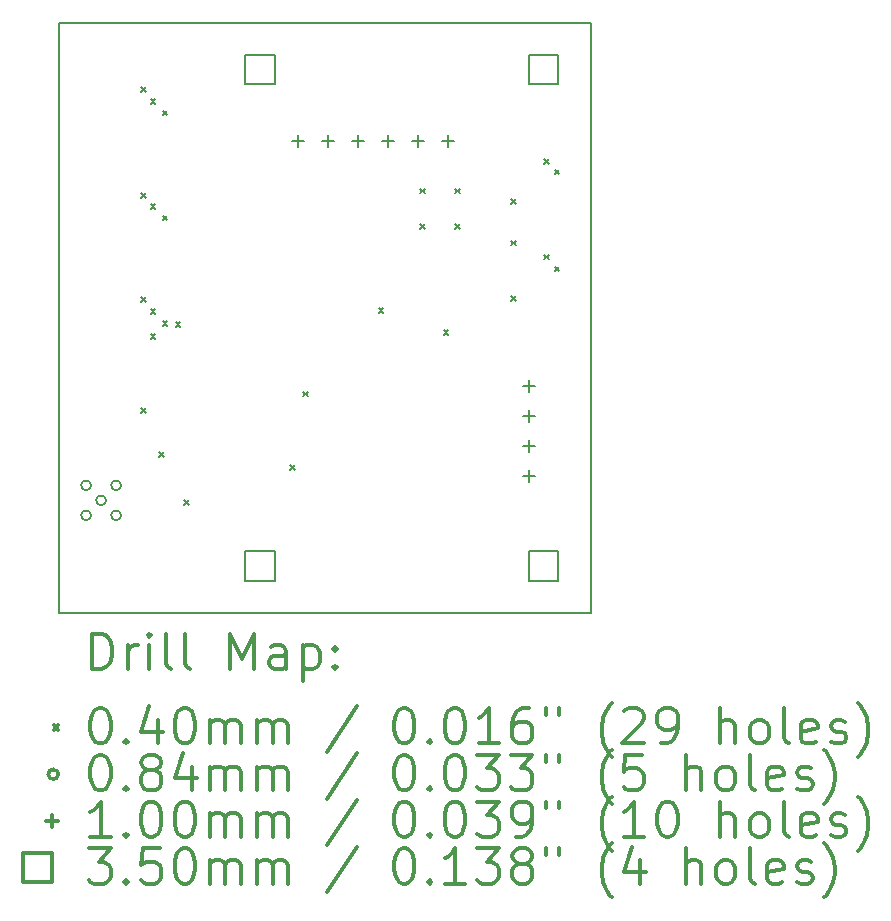
<source format=gbr>
%FSLAX45Y45*%
G04 Gerber Fmt 4.5, Leading zero omitted, Abs format (unit mm)*
G04 Created by KiCad (PCBNEW (5.1.5-0)) date 2022-04-01 13:26:58*
%MOMM*%
%LPD*%
G04 APERTURE LIST*
%TA.AperFunction,Profile*%
%ADD10C,0.150000*%
%TD*%
%ADD11C,0.200000*%
%ADD12C,0.300000*%
G04 APERTURE END LIST*
D10*
X17500000Y-7500000D02*
X13000000Y-7500000D01*
X17500000Y-12500000D02*
X17500000Y-7500000D01*
X13000000Y-12500000D02*
X17500000Y-12500000D01*
X13000000Y-7500000D02*
X13000000Y-12500000D01*
D11*
X13695000Y-8045000D02*
X13735000Y-8085000D01*
X13735000Y-8045000D02*
X13695000Y-8085000D01*
X13695000Y-8945000D02*
X13735000Y-8985000D01*
X13735000Y-8945000D02*
X13695000Y-8985000D01*
X13695000Y-9825000D02*
X13735000Y-9865000D01*
X13735000Y-9825000D02*
X13695000Y-9865000D01*
X13695000Y-10765000D02*
X13735000Y-10805000D01*
X13735000Y-10765000D02*
X13695000Y-10805000D01*
X13775000Y-8145000D02*
X13815000Y-8185000D01*
X13815000Y-8145000D02*
X13775000Y-8185000D01*
X13775000Y-9035000D02*
X13815000Y-9075000D01*
X13815000Y-9035000D02*
X13775000Y-9075000D01*
X13775000Y-9925000D02*
X13815000Y-9965000D01*
X13815000Y-9925000D02*
X13775000Y-9965000D01*
X13775000Y-10135000D02*
X13815000Y-10175000D01*
X13815000Y-10135000D02*
X13775000Y-10175000D01*
X13845000Y-11135000D02*
X13885000Y-11175000D01*
X13885000Y-11135000D02*
X13845000Y-11175000D01*
X13875000Y-8245000D02*
X13915000Y-8285000D01*
X13915000Y-8245000D02*
X13875000Y-8285000D01*
X13875000Y-9135000D02*
X13915000Y-9175000D01*
X13915000Y-9135000D02*
X13875000Y-9175000D01*
X13875000Y-10025000D02*
X13915000Y-10065000D01*
X13915000Y-10025000D02*
X13875000Y-10065000D01*
X13985000Y-10035000D02*
X14025000Y-10075000D01*
X14025000Y-10035000D02*
X13985000Y-10075000D01*
X14055000Y-11545000D02*
X14095000Y-11585000D01*
X14095000Y-11545000D02*
X14055000Y-11585000D01*
X14955000Y-11245000D02*
X14995000Y-11285000D01*
X14995000Y-11245000D02*
X14955000Y-11285000D01*
X15065000Y-10625000D02*
X15105000Y-10665000D01*
X15105000Y-10625000D02*
X15065000Y-10665000D01*
X15705000Y-9915000D02*
X15745000Y-9955000D01*
X15745000Y-9915000D02*
X15705000Y-9955000D01*
X16055000Y-8905000D02*
X16095000Y-8945000D01*
X16095000Y-8905000D02*
X16055000Y-8945000D01*
X16055000Y-9205000D02*
X16095000Y-9245000D01*
X16095000Y-9205000D02*
X16055000Y-9245000D01*
X16255000Y-10105000D02*
X16295000Y-10145000D01*
X16295000Y-10105000D02*
X16255000Y-10145000D01*
X16355000Y-8905000D02*
X16395000Y-8945000D01*
X16395000Y-8905000D02*
X16355000Y-8945000D01*
X16355000Y-9205000D02*
X16395000Y-9245000D01*
X16395000Y-9205000D02*
X16355000Y-9245000D01*
X16825000Y-8995000D02*
X16865000Y-9035000D01*
X16865000Y-8995000D02*
X16825000Y-9035000D01*
X16825000Y-9345000D02*
X16865000Y-9385000D01*
X16865000Y-9345000D02*
X16825000Y-9385000D01*
X16825000Y-9815000D02*
X16865000Y-9855000D01*
X16865000Y-9815000D02*
X16825000Y-9855000D01*
X17105000Y-8655000D02*
X17145000Y-8695000D01*
X17145000Y-8655000D02*
X17105000Y-8695000D01*
X17105000Y-9465000D02*
X17145000Y-9505000D01*
X17145000Y-9465000D02*
X17105000Y-9505000D01*
X17195000Y-8745000D02*
X17235000Y-8785000D01*
X17235000Y-8745000D02*
X17195000Y-8785000D01*
X17195000Y-9565000D02*
X17235000Y-9605000D01*
X17235000Y-9565000D02*
X17195000Y-9605000D01*
X13270000Y-11418000D02*
G75*
G03X13270000Y-11418000I-42000J0D01*
G01*
X13270000Y-11672000D02*
G75*
G03X13270000Y-11672000I-42000J0D01*
G01*
X13397000Y-11545000D02*
G75*
G03X13397000Y-11545000I-42000J0D01*
G01*
X13524000Y-11418000D02*
G75*
G03X13524000Y-11418000I-42000J0D01*
G01*
X13524000Y-11672000D02*
G75*
G03X13524000Y-11672000I-42000J0D01*
G01*
X16975000Y-10525000D02*
X16975000Y-10625000D01*
X16925000Y-10575000D02*
X17025000Y-10575000D01*
X16975000Y-10779000D02*
X16975000Y-10879000D01*
X16925000Y-10829000D02*
X17025000Y-10829000D01*
X16975000Y-11033000D02*
X16975000Y-11133000D01*
X16925000Y-11083000D02*
X17025000Y-11083000D01*
X16975000Y-11287000D02*
X16975000Y-11387000D01*
X16925000Y-11337000D02*
X17025000Y-11337000D01*
X15025000Y-8455000D02*
X15025000Y-8555000D01*
X14975000Y-8505000D02*
X15075000Y-8505000D01*
X15279000Y-8455000D02*
X15279000Y-8555000D01*
X15229000Y-8505000D02*
X15329000Y-8505000D01*
X15533000Y-8455000D02*
X15533000Y-8555000D01*
X15483000Y-8505000D02*
X15583000Y-8505000D01*
X15787000Y-8455000D02*
X15787000Y-8555000D01*
X15737000Y-8505000D02*
X15837000Y-8505000D01*
X16041000Y-8455000D02*
X16041000Y-8555000D01*
X15991000Y-8505000D02*
X16091000Y-8505000D01*
X16295000Y-8455000D02*
X16295000Y-8555000D01*
X16245000Y-8505000D02*
X16345000Y-8505000D01*
X14823745Y-8023745D02*
X14823745Y-7776255D01*
X14576255Y-7776255D01*
X14576255Y-8023745D01*
X14823745Y-8023745D01*
X17223745Y-8023745D02*
X17223745Y-7776255D01*
X16976255Y-7776255D01*
X16976255Y-8023745D01*
X17223745Y-8023745D01*
X14823745Y-12223745D02*
X14823745Y-11976255D01*
X14576255Y-11976255D01*
X14576255Y-12223745D01*
X14823745Y-12223745D01*
X17223745Y-12223745D02*
X17223745Y-11976255D01*
X16976255Y-11976255D01*
X16976255Y-12223745D01*
X17223745Y-12223745D01*
D12*
X13278928Y-12973214D02*
X13278928Y-12673214D01*
X13350357Y-12673214D01*
X13393214Y-12687500D01*
X13421786Y-12716071D01*
X13436071Y-12744643D01*
X13450357Y-12801786D01*
X13450357Y-12844643D01*
X13436071Y-12901786D01*
X13421786Y-12930357D01*
X13393214Y-12958929D01*
X13350357Y-12973214D01*
X13278928Y-12973214D01*
X13578928Y-12973214D02*
X13578928Y-12773214D01*
X13578928Y-12830357D02*
X13593214Y-12801786D01*
X13607500Y-12787500D01*
X13636071Y-12773214D01*
X13664643Y-12773214D01*
X13764643Y-12973214D02*
X13764643Y-12773214D01*
X13764643Y-12673214D02*
X13750357Y-12687500D01*
X13764643Y-12701786D01*
X13778928Y-12687500D01*
X13764643Y-12673214D01*
X13764643Y-12701786D01*
X13950357Y-12973214D02*
X13921786Y-12958929D01*
X13907500Y-12930357D01*
X13907500Y-12673214D01*
X14107500Y-12973214D02*
X14078928Y-12958929D01*
X14064643Y-12930357D01*
X14064643Y-12673214D01*
X14450357Y-12973214D02*
X14450357Y-12673214D01*
X14550357Y-12887500D01*
X14650357Y-12673214D01*
X14650357Y-12973214D01*
X14921786Y-12973214D02*
X14921786Y-12816071D01*
X14907500Y-12787500D01*
X14878928Y-12773214D01*
X14821786Y-12773214D01*
X14793214Y-12787500D01*
X14921786Y-12958929D02*
X14893214Y-12973214D01*
X14821786Y-12973214D01*
X14793214Y-12958929D01*
X14778928Y-12930357D01*
X14778928Y-12901786D01*
X14793214Y-12873214D01*
X14821786Y-12858929D01*
X14893214Y-12858929D01*
X14921786Y-12844643D01*
X15064643Y-12773214D02*
X15064643Y-13073214D01*
X15064643Y-12787500D02*
X15093214Y-12773214D01*
X15150357Y-12773214D01*
X15178928Y-12787500D01*
X15193214Y-12801786D01*
X15207500Y-12830357D01*
X15207500Y-12916071D01*
X15193214Y-12944643D01*
X15178928Y-12958929D01*
X15150357Y-12973214D01*
X15093214Y-12973214D01*
X15064643Y-12958929D01*
X15336071Y-12944643D02*
X15350357Y-12958929D01*
X15336071Y-12973214D01*
X15321786Y-12958929D01*
X15336071Y-12944643D01*
X15336071Y-12973214D01*
X15336071Y-12787500D02*
X15350357Y-12801786D01*
X15336071Y-12816071D01*
X15321786Y-12801786D01*
X15336071Y-12787500D01*
X15336071Y-12816071D01*
X12952500Y-13447500D02*
X12992500Y-13487500D01*
X12992500Y-13447500D02*
X12952500Y-13487500D01*
X13336071Y-13303214D02*
X13364643Y-13303214D01*
X13393214Y-13317500D01*
X13407500Y-13331786D01*
X13421786Y-13360357D01*
X13436071Y-13417500D01*
X13436071Y-13488929D01*
X13421786Y-13546071D01*
X13407500Y-13574643D01*
X13393214Y-13588929D01*
X13364643Y-13603214D01*
X13336071Y-13603214D01*
X13307500Y-13588929D01*
X13293214Y-13574643D01*
X13278928Y-13546071D01*
X13264643Y-13488929D01*
X13264643Y-13417500D01*
X13278928Y-13360357D01*
X13293214Y-13331786D01*
X13307500Y-13317500D01*
X13336071Y-13303214D01*
X13564643Y-13574643D02*
X13578928Y-13588929D01*
X13564643Y-13603214D01*
X13550357Y-13588929D01*
X13564643Y-13574643D01*
X13564643Y-13603214D01*
X13836071Y-13403214D02*
X13836071Y-13603214D01*
X13764643Y-13288929D02*
X13693214Y-13503214D01*
X13878928Y-13503214D01*
X14050357Y-13303214D02*
X14078928Y-13303214D01*
X14107500Y-13317500D01*
X14121786Y-13331786D01*
X14136071Y-13360357D01*
X14150357Y-13417500D01*
X14150357Y-13488929D01*
X14136071Y-13546071D01*
X14121786Y-13574643D01*
X14107500Y-13588929D01*
X14078928Y-13603214D01*
X14050357Y-13603214D01*
X14021786Y-13588929D01*
X14007500Y-13574643D01*
X13993214Y-13546071D01*
X13978928Y-13488929D01*
X13978928Y-13417500D01*
X13993214Y-13360357D01*
X14007500Y-13331786D01*
X14021786Y-13317500D01*
X14050357Y-13303214D01*
X14278928Y-13603214D02*
X14278928Y-13403214D01*
X14278928Y-13431786D02*
X14293214Y-13417500D01*
X14321786Y-13403214D01*
X14364643Y-13403214D01*
X14393214Y-13417500D01*
X14407500Y-13446071D01*
X14407500Y-13603214D01*
X14407500Y-13446071D02*
X14421786Y-13417500D01*
X14450357Y-13403214D01*
X14493214Y-13403214D01*
X14521786Y-13417500D01*
X14536071Y-13446071D01*
X14536071Y-13603214D01*
X14678928Y-13603214D02*
X14678928Y-13403214D01*
X14678928Y-13431786D02*
X14693214Y-13417500D01*
X14721786Y-13403214D01*
X14764643Y-13403214D01*
X14793214Y-13417500D01*
X14807500Y-13446071D01*
X14807500Y-13603214D01*
X14807500Y-13446071D02*
X14821786Y-13417500D01*
X14850357Y-13403214D01*
X14893214Y-13403214D01*
X14921786Y-13417500D01*
X14936071Y-13446071D01*
X14936071Y-13603214D01*
X15521786Y-13288929D02*
X15264643Y-13674643D01*
X15907500Y-13303214D02*
X15936071Y-13303214D01*
X15964643Y-13317500D01*
X15978928Y-13331786D01*
X15993214Y-13360357D01*
X16007500Y-13417500D01*
X16007500Y-13488929D01*
X15993214Y-13546071D01*
X15978928Y-13574643D01*
X15964643Y-13588929D01*
X15936071Y-13603214D01*
X15907500Y-13603214D01*
X15878928Y-13588929D01*
X15864643Y-13574643D01*
X15850357Y-13546071D01*
X15836071Y-13488929D01*
X15836071Y-13417500D01*
X15850357Y-13360357D01*
X15864643Y-13331786D01*
X15878928Y-13317500D01*
X15907500Y-13303214D01*
X16136071Y-13574643D02*
X16150357Y-13588929D01*
X16136071Y-13603214D01*
X16121786Y-13588929D01*
X16136071Y-13574643D01*
X16136071Y-13603214D01*
X16336071Y-13303214D02*
X16364643Y-13303214D01*
X16393214Y-13317500D01*
X16407500Y-13331786D01*
X16421786Y-13360357D01*
X16436071Y-13417500D01*
X16436071Y-13488929D01*
X16421786Y-13546071D01*
X16407500Y-13574643D01*
X16393214Y-13588929D01*
X16364643Y-13603214D01*
X16336071Y-13603214D01*
X16307500Y-13588929D01*
X16293214Y-13574643D01*
X16278928Y-13546071D01*
X16264643Y-13488929D01*
X16264643Y-13417500D01*
X16278928Y-13360357D01*
X16293214Y-13331786D01*
X16307500Y-13317500D01*
X16336071Y-13303214D01*
X16721786Y-13603214D02*
X16550357Y-13603214D01*
X16636071Y-13603214D02*
X16636071Y-13303214D01*
X16607500Y-13346071D01*
X16578928Y-13374643D01*
X16550357Y-13388929D01*
X16978928Y-13303214D02*
X16921786Y-13303214D01*
X16893214Y-13317500D01*
X16878928Y-13331786D01*
X16850357Y-13374643D01*
X16836071Y-13431786D01*
X16836071Y-13546071D01*
X16850357Y-13574643D01*
X16864643Y-13588929D01*
X16893214Y-13603214D01*
X16950357Y-13603214D01*
X16978928Y-13588929D01*
X16993214Y-13574643D01*
X17007500Y-13546071D01*
X17007500Y-13474643D01*
X16993214Y-13446071D01*
X16978928Y-13431786D01*
X16950357Y-13417500D01*
X16893214Y-13417500D01*
X16864643Y-13431786D01*
X16850357Y-13446071D01*
X16836071Y-13474643D01*
X17121786Y-13303214D02*
X17121786Y-13360357D01*
X17236071Y-13303214D02*
X17236071Y-13360357D01*
X17678928Y-13717500D02*
X17664643Y-13703214D01*
X17636071Y-13660357D01*
X17621786Y-13631786D01*
X17607500Y-13588929D01*
X17593214Y-13517500D01*
X17593214Y-13460357D01*
X17607500Y-13388929D01*
X17621786Y-13346071D01*
X17636071Y-13317500D01*
X17664643Y-13274643D01*
X17678928Y-13260357D01*
X17778928Y-13331786D02*
X17793214Y-13317500D01*
X17821786Y-13303214D01*
X17893214Y-13303214D01*
X17921786Y-13317500D01*
X17936071Y-13331786D01*
X17950357Y-13360357D01*
X17950357Y-13388929D01*
X17936071Y-13431786D01*
X17764643Y-13603214D01*
X17950357Y-13603214D01*
X18093214Y-13603214D02*
X18150357Y-13603214D01*
X18178928Y-13588929D01*
X18193214Y-13574643D01*
X18221786Y-13531786D01*
X18236071Y-13474643D01*
X18236071Y-13360357D01*
X18221786Y-13331786D01*
X18207500Y-13317500D01*
X18178928Y-13303214D01*
X18121786Y-13303214D01*
X18093214Y-13317500D01*
X18078928Y-13331786D01*
X18064643Y-13360357D01*
X18064643Y-13431786D01*
X18078928Y-13460357D01*
X18093214Y-13474643D01*
X18121786Y-13488929D01*
X18178928Y-13488929D01*
X18207500Y-13474643D01*
X18221786Y-13460357D01*
X18236071Y-13431786D01*
X18593214Y-13603214D02*
X18593214Y-13303214D01*
X18721786Y-13603214D02*
X18721786Y-13446071D01*
X18707500Y-13417500D01*
X18678928Y-13403214D01*
X18636071Y-13403214D01*
X18607500Y-13417500D01*
X18593214Y-13431786D01*
X18907500Y-13603214D02*
X18878928Y-13588929D01*
X18864643Y-13574643D01*
X18850357Y-13546071D01*
X18850357Y-13460357D01*
X18864643Y-13431786D01*
X18878928Y-13417500D01*
X18907500Y-13403214D01*
X18950357Y-13403214D01*
X18978928Y-13417500D01*
X18993214Y-13431786D01*
X19007500Y-13460357D01*
X19007500Y-13546071D01*
X18993214Y-13574643D01*
X18978928Y-13588929D01*
X18950357Y-13603214D01*
X18907500Y-13603214D01*
X19178928Y-13603214D02*
X19150357Y-13588929D01*
X19136071Y-13560357D01*
X19136071Y-13303214D01*
X19407500Y-13588929D02*
X19378928Y-13603214D01*
X19321786Y-13603214D01*
X19293214Y-13588929D01*
X19278928Y-13560357D01*
X19278928Y-13446071D01*
X19293214Y-13417500D01*
X19321786Y-13403214D01*
X19378928Y-13403214D01*
X19407500Y-13417500D01*
X19421786Y-13446071D01*
X19421786Y-13474643D01*
X19278928Y-13503214D01*
X19536071Y-13588929D02*
X19564643Y-13603214D01*
X19621786Y-13603214D01*
X19650357Y-13588929D01*
X19664643Y-13560357D01*
X19664643Y-13546071D01*
X19650357Y-13517500D01*
X19621786Y-13503214D01*
X19578928Y-13503214D01*
X19550357Y-13488929D01*
X19536071Y-13460357D01*
X19536071Y-13446071D01*
X19550357Y-13417500D01*
X19578928Y-13403214D01*
X19621786Y-13403214D01*
X19650357Y-13417500D01*
X19764643Y-13717500D02*
X19778928Y-13703214D01*
X19807500Y-13660357D01*
X19821786Y-13631786D01*
X19836071Y-13588929D01*
X19850357Y-13517500D01*
X19850357Y-13460357D01*
X19836071Y-13388929D01*
X19821786Y-13346071D01*
X19807500Y-13317500D01*
X19778928Y-13274643D01*
X19764643Y-13260357D01*
X12992500Y-13863500D02*
G75*
G03X12992500Y-13863500I-42000J0D01*
G01*
X13336071Y-13699214D02*
X13364643Y-13699214D01*
X13393214Y-13713500D01*
X13407500Y-13727786D01*
X13421786Y-13756357D01*
X13436071Y-13813500D01*
X13436071Y-13884929D01*
X13421786Y-13942071D01*
X13407500Y-13970643D01*
X13393214Y-13984929D01*
X13364643Y-13999214D01*
X13336071Y-13999214D01*
X13307500Y-13984929D01*
X13293214Y-13970643D01*
X13278928Y-13942071D01*
X13264643Y-13884929D01*
X13264643Y-13813500D01*
X13278928Y-13756357D01*
X13293214Y-13727786D01*
X13307500Y-13713500D01*
X13336071Y-13699214D01*
X13564643Y-13970643D02*
X13578928Y-13984929D01*
X13564643Y-13999214D01*
X13550357Y-13984929D01*
X13564643Y-13970643D01*
X13564643Y-13999214D01*
X13750357Y-13827786D02*
X13721786Y-13813500D01*
X13707500Y-13799214D01*
X13693214Y-13770643D01*
X13693214Y-13756357D01*
X13707500Y-13727786D01*
X13721786Y-13713500D01*
X13750357Y-13699214D01*
X13807500Y-13699214D01*
X13836071Y-13713500D01*
X13850357Y-13727786D01*
X13864643Y-13756357D01*
X13864643Y-13770643D01*
X13850357Y-13799214D01*
X13836071Y-13813500D01*
X13807500Y-13827786D01*
X13750357Y-13827786D01*
X13721786Y-13842071D01*
X13707500Y-13856357D01*
X13693214Y-13884929D01*
X13693214Y-13942071D01*
X13707500Y-13970643D01*
X13721786Y-13984929D01*
X13750357Y-13999214D01*
X13807500Y-13999214D01*
X13836071Y-13984929D01*
X13850357Y-13970643D01*
X13864643Y-13942071D01*
X13864643Y-13884929D01*
X13850357Y-13856357D01*
X13836071Y-13842071D01*
X13807500Y-13827786D01*
X14121786Y-13799214D02*
X14121786Y-13999214D01*
X14050357Y-13684929D02*
X13978928Y-13899214D01*
X14164643Y-13899214D01*
X14278928Y-13999214D02*
X14278928Y-13799214D01*
X14278928Y-13827786D02*
X14293214Y-13813500D01*
X14321786Y-13799214D01*
X14364643Y-13799214D01*
X14393214Y-13813500D01*
X14407500Y-13842071D01*
X14407500Y-13999214D01*
X14407500Y-13842071D02*
X14421786Y-13813500D01*
X14450357Y-13799214D01*
X14493214Y-13799214D01*
X14521786Y-13813500D01*
X14536071Y-13842071D01*
X14536071Y-13999214D01*
X14678928Y-13999214D02*
X14678928Y-13799214D01*
X14678928Y-13827786D02*
X14693214Y-13813500D01*
X14721786Y-13799214D01*
X14764643Y-13799214D01*
X14793214Y-13813500D01*
X14807500Y-13842071D01*
X14807500Y-13999214D01*
X14807500Y-13842071D02*
X14821786Y-13813500D01*
X14850357Y-13799214D01*
X14893214Y-13799214D01*
X14921786Y-13813500D01*
X14936071Y-13842071D01*
X14936071Y-13999214D01*
X15521786Y-13684929D02*
X15264643Y-14070643D01*
X15907500Y-13699214D02*
X15936071Y-13699214D01*
X15964643Y-13713500D01*
X15978928Y-13727786D01*
X15993214Y-13756357D01*
X16007500Y-13813500D01*
X16007500Y-13884929D01*
X15993214Y-13942071D01*
X15978928Y-13970643D01*
X15964643Y-13984929D01*
X15936071Y-13999214D01*
X15907500Y-13999214D01*
X15878928Y-13984929D01*
X15864643Y-13970643D01*
X15850357Y-13942071D01*
X15836071Y-13884929D01*
X15836071Y-13813500D01*
X15850357Y-13756357D01*
X15864643Y-13727786D01*
X15878928Y-13713500D01*
X15907500Y-13699214D01*
X16136071Y-13970643D02*
X16150357Y-13984929D01*
X16136071Y-13999214D01*
X16121786Y-13984929D01*
X16136071Y-13970643D01*
X16136071Y-13999214D01*
X16336071Y-13699214D02*
X16364643Y-13699214D01*
X16393214Y-13713500D01*
X16407500Y-13727786D01*
X16421786Y-13756357D01*
X16436071Y-13813500D01*
X16436071Y-13884929D01*
X16421786Y-13942071D01*
X16407500Y-13970643D01*
X16393214Y-13984929D01*
X16364643Y-13999214D01*
X16336071Y-13999214D01*
X16307500Y-13984929D01*
X16293214Y-13970643D01*
X16278928Y-13942071D01*
X16264643Y-13884929D01*
X16264643Y-13813500D01*
X16278928Y-13756357D01*
X16293214Y-13727786D01*
X16307500Y-13713500D01*
X16336071Y-13699214D01*
X16536071Y-13699214D02*
X16721786Y-13699214D01*
X16621786Y-13813500D01*
X16664643Y-13813500D01*
X16693214Y-13827786D01*
X16707500Y-13842071D01*
X16721786Y-13870643D01*
X16721786Y-13942071D01*
X16707500Y-13970643D01*
X16693214Y-13984929D01*
X16664643Y-13999214D01*
X16578928Y-13999214D01*
X16550357Y-13984929D01*
X16536071Y-13970643D01*
X16821786Y-13699214D02*
X17007500Y-13699214D01*
X16907500Y-13813500D01*
X16950357Y-13813500D01*
X16978928Y-13827786D01*
X16993214Y-13842071D01*
X17007500Y-13870643D01*
X17007500Y-13942071D01*
X16993214Y-13970643D01*
X16978928Y-13984929D01*
X16950357Y-13999214D01*
X16864643Y-13999214D01*
X16836071Y-13984929D01*
X16821786Y-13970643D01*
X17121786Y-13699214D02*
X17121786Y-13756357D01*
X17236071Y-13699214D02*
X17236071Y-13756357D01*
X17678928Y-14113500D02*
X17664643Y-14099214D01*
X17636071Y-14056357D01*
X17621786Y-14027786D01*
X17607500Y-13984929D01*
X17593214Y-13913500D01*
X17593214Y-13856357D01*
X17607500Y-13784929D01*
X17621786Y-13742071D01*
X17636071Y-13713500D01*
X17664643Y-13670643D01*
X17678928Y-13656357D01*
X17936071Y-13699214D02*
X17793214Y-13699214D01*
X17778928Y-13842071D01*
X17793214Y-13827786D01*
X17821786Y-13813500D01*
X17893214Y-13813500D01*
X17921786Y-13827786D01*
X17936071Y-13842071D01*
X17950357Y-13870643D01*
X17950357Y-13942071D01*
X17936071Y-13970643D01*
X17921786Y-13984929D01*
X17893214Y-13999214D01*
X17821786Y-13999214D01*
X17793214Y-13984929D01*
X17778928Y-13970643D01*
X18307500Y-13999214D02*
X18307500Y-13699214D01*
X18436071Y-13999214D02*
X18436071Y-13842071D01*
X18421786Y-13813500D01*
X18393214Y-13799214D01*
X18350357Y-13799214D01*
X18321786Y-13813500D01*
X18307500Y-13827786D01*
X18621786Y-13999214D02*
X18593214Y-13984929D01*
X18578928Y-13970643D01*
X18564643Y-13942071D01*
X18564643Y-13856357D01*
X18578928Y-13827786D01*
X18593214Y-13813500D01*
X18621786Y-13799214D01*
X18664643Y-13799214D01*
X18693214Y-13813500D01*
X18707500Y-13827786D01*
X18721786Y-13856357D01*
X18721786Y-13942071D01*
X18707500Y-13970643D01*
X18693214Y-13984929D01*
X18664643Y-13999214D01*
X18621786Y-13999214D01*
X18893214Y-13999214D02*
X18864643Y-13984929D01*
X18850357Y-13956357D01*
X18850357Y-13699214D01*
X19121786Y-13984929D02*
X19093214Y-13999214D01*
X19036071Y-13999214D01*
X19007500Y-13984929D01*
X18993214Y-13956357D01*
X18993214Y-13842071D01*
X19007500Y-13813500D01*
X19036071Y-13799214D01*
X19093214Y-13799214D01*
X19121786Y-13813500D01*
X19136071Y-13842071D01*
X19136071Y-13870643D01*
X18993214Y-13899214D01*
X19250357Y-13984929D02*
X19278928Y-13999214D01*
X19336071Y-13999214D01*
X19364643Y-13984929D01*
X19378928Y-13956357D01*
X19378928Y-13942071D01*
X19364643Y-13913500D01*
X19336071Y-13899214D01*
X19293214Y-13899214D01*
X19264643Y-13884929D01*
X19250357Y-13856357D01*
X19250357Y-13842071D01*
X19264643Y-13813500D01*
X19293214Y-13799214D01*
X19336071Y-13799214D01*
X19364643Y-13813500D01*
X19478928Y-14113500D02*
X19493214Y-14099214D01*
X19521786Y-14056357D01*
X19536071Y-14027786D01*
X19550357Y-13984929D01*
X19564643Y-13913500D01*
X19564643Y-13856357D01*
X19550357Y-13784929D01*
X19536071Y-13742071D01*
X19521786Y-13713500D01*
X19493214Y-13670643D01*
X19478928Y-13656357D01*
X12942500Y-14209500D02*
X12942500Y-14309500D01*
X12892500Y-14259500D02*
X12992500Y-14259500D01*
X13436071Y-14395214D02*
X13264643Y-14395214D01*
X13350357Y-14395214D02*
X13350357Y-14095214D01*
X13321786Y-14138071D01*
X13293214Y-14166643D01*
X13264643Y-14180929D01*
X13564643Y-14366643D02*
X13578928Y-14380929D01*
X13564643Y-14395214D01*
X13550357Y-14380929D01*
X13564643Y-14366643D01*
X13564643Y-14395214D01*
X13764643Y-14095214D02*
X13793214Y-14095214D01*
X13821786Y-14109500D01*
X13836071Y-14123786D01*
X13850357Y-14152357D01*
X13864643Y-14209500D01*
X13864643Y-14280929D01*
X13850357Y-14338071D01*
X13836071Y-14366643D01*
X13821786Y-14380929D01*
X13793214Y-14395214D01*
X13764643Y-14395214D01*
X13736071Y-14380929D01*
X13721786Y-14366643D01*
X13707500Y-14338071D01*
X13693214Y-14280929D01*
X13693214Y-14209500D01*
X13707500Y-14152357D01*
X13721786Y-14123786D01*
X13736071Y-14109500D01*
X13764643Y-14095214D01*
X14050357Y-14095214D02*
X14078928Y-14095214D01*
X14107500Y-14109500D01*
X14121786Y-14123786D01*
X14136071Y-14152357D01*
X14150357Y-14209500D01*
X14150357Y-14280929D01*
X14136071Y-14338071D01*
X14121786Y-14366643D01*
X14107500Y-14380929D01*
X14078928Y-14395214D01*
X14050357Y-14395214D01*
X14021786Y-14380929D01*
X14007500Y-14366643D01*
X13993214Y-14338071D01*
X13978928Y-14280929D01*
X13978928Y-14209500D01*
X13993214Y-14152357D01*
X14007500Y-14123786D01*
X14021786Y-14109500D01*
X14050357Y-14095214D01*
X14278928Y-14395214D02*
X14278928Y-14195214D01*
X14278928Y-14223786D02*
X14293214Y-14209500D01*
X14321786Y-14195214D01*
X14364643Y-14195214D01*
X14393214Y-14209500D01*
X14407500Y-14238071D01*
X14407500Y-14395214D01*
X14407500Y-14238071D02*
X14421786Y-14209500D01*
X14450357Y-14195214D01*
X14493214Y-14195214D01*
X14521786Y-14209500D01*
X14536071Y-14238071D01*
X14536071Y-14395214D01*
X14678928Y-14395214D02*
X14678928Y-14195214D01*
X14678928Y-14223786D02*
X14693214Y-14209500D01*
X14721786Y-14195214D01*
X14764643Y-14195214D01*
X14793214Y-14209500D01*
X14807500Y-14238071D01*
X14807500Y-14395214D01*
X14807500Y-14238071D02*
X14821786Y-14209500D01*
X14850357Y-14195214D01*
X14893214Y-14195214D01*
X14921786Y-14209500D01*
X14936071Y-14238071D01*
X14936071Y-14395214D01*
X15521786Y-14080929D02*
X15264643Y-14466643D01*
X15907500Y-14095214D02*
X15936071Y-14095214D01*
X15964643Y-14109500D01*
X15978928Y-14123786D01*
X15993214Y-14152357D01*
X16007500Y-14209500D01*
X16007500Y-14280929D01*
X15993214Y-14338071D01*
X15978928Y-14366643D01*
X15964643Y-14380929D01*
X15936071Y-14395214D01*
X15907500Y-14395214D01*
X15878928Y-14380929D01*
X15864643Y-14366643D01*
X15850357Y-14338071D01*
X15836071Y-14280929D01*
X15836071Y-14209500D01*
X15850357Y-14152357D01*
X15864643Y-14123786D01*
X15878928Y-14109500D01*
X15907500Y-14095214D01*
X16136071Y-14366643D02*
X16150357Y-14380929D01*
X16136071Y-14395214D01*
X16121786Y-14380929D01*
X16136071Y-14366643D01*
X16136071Y-14395214D01*
X16336071Y-14095214D02*
X16364643Y-14095214D01*
X16393214Y-14109500D01*
X16407500Y-14123786D01*
X16421786Y-14152357D01*
X16436071Y-14209500D01*
X16436071Y-14280929D01*
X16421786Y-14338071D01*
X16407500Y-14366643D01*
X16393214Y-14380929D01*
X16364643Y-14395214D01*
X16336071Y-14395214D01*
X16307500Y-14380929D01*
X16293214Y-14366643D01*
X16278928Y-14338071D01*
X16264643Y-14280929D01*
X16264643Y-14209500D01*
X16278928Y-14152357D01*
X16293214Y-14123786D01*
X16307500Y-14109500D01*
X16336071Y-14095214D01*
X16536071Y-14095214D02*
X16721786Y-14095214D01*
X16621786Y-14209500D01*
X16664643Y-14209500D01*
X16693214Y-14223786D01*
X16707500Y-14238071D01*
X16721786Y-14266643D01*
X16721786Y-14338071D01*
X16707500Y-14366643D01*
X16693214Y-14380929D01*
X16664643Y-14395214D01*
X16578928Y-14395214D01*
X16550357Y-14380929D01*
X16536071Y-14366643D01*
X16864643Y-14395214D02*
X16921786Y-14395214D01*
X16950357Y-14380929D01*
X16964643Y-14366643D01*
X16993214Y-14323786D01*
X17007500Y-14266643D01*
X17007500Y-14152357D01*
X16993214Y-14123786D01*
X16978928Y-14109500D01*
X16950357Y-14095214D01*
X16893214Y-14095214D01*
X16864643Y-14109500D01*
X16850357Y-14123786D01*
X16836071Y-14152357D01*
X16836071Y-14223786D01*
X16850357Y-14252357D01*
X16864643Y-14266643D01*
X16893214Y-14280929D01*
X16950357Y-14280929D01*
X16978928Y-14266643D01*
X16993214Y-14252357D01*
X17007500Y-14223786D01*
X17121786Y-14095214D02*
X17121786Y-14152357D01*
X17236071Y-14095214D02*
X17236071Y-14152357D01*
X17678928Y-14509500D02*
X17664643Y-14495214D01*
X17636071Y-14452357D01*
X17621786Y-14423786D01*
X17607500Y-14380929D01*
X17593214Y-14309500D01*
X17593214Y-14252357D01*
X17607500Y-14180929D01*
X17621786Y-14138071D01*
X17636071Y-14109500D01*
X17664643Y-14066643D01*
X17678928Y-14052357D01*
X17950357Y-14395214D02*
X17778928Y-14395214D01*
X17864643Y-14395214D02*
X17864643Y-14095214D01*
X17836071Y-14138071D01*
X17807500Y-14166643D01*
X17778928Y-14180929D01*
X18136071Y-14095214D02*
X18164643Y-14095214D01*
X18193214Y-14109500D01*
X18207500Y-14123786D01*
X18221786Y-14152357D01*
X18236071Y-14209500D01*
X18236071Y-14280929D01*
X18221786Y-14338071D01*
X18207500Y-14366643D01*
X18193214Y-14380929D01*
X18164643Y-14395214D01*
X18136071Y-14395214D01*
X18107500Y-14380929D01*
X18093214Y-14366643D01*
X18078928Y-14338071D01*
X18064643Y-14280929D01*
X18064643Y-14209500D01*
X18078928Y-14152357D01*
X18093214Y-14123786D01*
X18107500Y-14109500D01*
X18136071Y-14095214D01*
X18593214Y-14395214D02*
X18593214Y-14095214D01*
X18721786Y-14395214D02*
X18721786Y-14238071D01*
X18707500Y-14209500D01*
X18678928Y-14195214D01*
X18636071Y-14195214D01*
X18607500Y-14209500D01*
X18593214Y-14223786D01*
X18907500Y-14395214D02*
X18878928Y-14380929D01*
X18864643Y-14366643D01*
X18850357Y-14338071D01*
X18850357Y-14252357D01*
X18864643Y-14223786D01*
X18878928Y-14209500D01*
X18907500Y-14195214D01*
X18950357Y-14195214D01*
X18978928Y-14209500D01*
X18993214Y-14223786D01*
X19007500Y-14252357D01*
X19007500Y-14338071D01*
X18993214Y-14366643D01*
X18978928Y-14380929D01*
X18950357Y-14395214D01*
X18907500Y-14395214D01*
X19178928Y-14395214D02*
X19150357Y-14380929D01*
X19136071Y-14352357D01*
X19136071Y-14095214D01*
X19407500Y-14380929D02*
X19378928Y-14395214D01*
X19321786Y-14395214D01*
X19293214Y-14380929D01*
X19278928Y-14352357D01*
X19278928Y-14238071D01*
X19293214Y-14209500D01*
X19321786Y-14195214D01*
X19378928Y-14195214D01*
X19407500Y-14209500D01*
X19421786Y-14238071D01*
X19421786Y-14266643D01*
X19278928Y-14295214D01*
X19536071Y-14380929D02*
X19564643Y-14395214D01*
X19621786Y-14395214D01*
X19650357Y-14380929D01*
X19664643Y-14352357D01*
X19664643Y-14338071D01*
X19650357Y-14309500D01*
X19621786Y-14295214D01*
X19578928Y-14295214D01*
X19550357Y-14280929D01*
X19536071Y-14252357D01*
X19536071Y-14238071D01*
X19550357Y-14209500D01*
X19578928Y-14195214D01*
X19621786Y-14195214D01*
X19650357Y-14209500D01*
X19764643Y-14509500D02*
X19778928Y-14495214D01*
X19807500Y-14452357D01*
X19821786Y-14423786D01*
X19836071Y-14380929D01*
X19850357Y-14309500D01*
X19850357Y-14252357D01*
X19836071Y-14180929D01*
X19821786Y-14138071D01*
X19807500Y-14109500D01*
X19778928Y-14066643D01*
X19764643Y-14052357D01*
X12941245Y-14779245D02*
X12941245Y-14531755D01*
X12693755Y-14531755D01*
X12693755Y-14779245D01*
X12941245Y-14779245D01*
X13250357Y-14491214D02*
X13436071Y-14491214D01*
X13336071Y-14605500D01*
X13378928Y-14605500D01*
X13407500Y-14619786D01*
X13421786Y-14634071D01*
X13436071Y-14662643D01*
X13436071Y-14734071D01*
X13421786Y-14762643D01*
X13407500Y-14776929D01*
X13378928Y-14791214D01*
X13293214Y-14791214D01*
X13264643Y-14776929D01*
X13250357Y-14762643D01*
X13564643Y-14762643D02*
X13578928Y-14776929D01*
X13564643Y-14791214D01*
X13550357Y-14776929D01*
X13564643Y-14762643D01*
X13564643Y-14791214D01*
X13850357Y-14491214D02*
X13707500Y-14491214D01*
X13693214Y-14634071D01*
X13707500Y-14619786D01*
X13736071Y-14605500D01*
X13807500Y-14605500D01*
X13836071Y-14619786D01*
X13850357Y-14634071D01*
X13864643Y-14662643D01*
X13864643Y-14734071D01*
X13850357Y-14762643D01*
X13836071Y-14776929D01*
X13807500Y-14791214D01*
X13736071Y-14791214D01*
X13707500Y-14776929D01*
X13693214Y-14762643D01*
X14050357Y-14491214D02*
X14078928Y-14491214D01*
X14107500Y-14505500D01*
X14121786Y-14519786D01*
X14136071Y-14548357D01*
X14150357Y-14605500D01*
X14150357Y-14676929D01*
X14136071Y-14734071D01*
X14121786Y-14762643D01*
X14107500Y-14776929D01*
X14078928Y-14791214D01*
X14050357Y-14791214D01*
X14021786Y-14776929D01*
X14007500Y-14762643D01*
X13993214Y-14734071D01*
X13978928Y-14676929D01*
X13978928Y-14605500D01*
X13993214Y-14548357D01*
X14007500Y-14519786D01*
X14021786Y-14505500D01*
X14050357Y-14491214D01*
X14278928Y-14791214D02*
X14278928Y-14591214D01*
X14278928Y-14619786D02*
X14293214Y-14605500D01*
X14321786Y-14591214D01*
X14364643Y-14591214D01*
X14393214Y-14605500D01*
X14407500Y-14634071D01*
X14407500Y-14791214D01*
X14407500Y-14634071D02*
X14421786Y-14605500D01*
X14450357Y-14591214D01*
X14493214Y-14591214D01*
X14521786Y-14605500D01*
X14536071Y-14634071D01*
X14536071Y-14791214D01*
X14678928Y-14791214D02*
X14678928Y-14591214D01*
X14678928Y-14619786D02*
X14693214Y-14605500D01*
X14721786Y-14591214D01*
X14764643Y-14591214D01*
X14793214Y-14605500D01*
X14807500Y-14634071D01*
X14807500Y-14791214D01*
X14807500Y-14634071D02*
X14821786Y-14605500D01*
X14850357Y-14591214D01*
X14893214Y-14591214D01*
X14921786Y-14605500D01*
X14936071Y-14634071D01*
X14936071Y-14791214D01*
X15521786Y-14476929D02*
X15264643Y-14862643D01*
X15907500Y-14491214D02*
X15936071Y-14491214D01*
X15964643Y-14505500D01*
X15978928Y-14519786D01*
X15993214Y-14548357D01*
X16007500Y-14605500D01*
X16007500Y-14676929D01*
X15993214Y-14734071D01*
X15978928Y-14762643D01*
X15964643Y-14776929D01*
X15936071Y-14791214D01*
X15907500Y-14791214D01*
X15878928Y-14776929D01*
X15864643Y-14762643D01*
X15850357Y-14734071D01*
X15836071Y-14676929D01*
X15836071Y-14605500D01*
X15850357Y-14548357D01*
X15864643Y-14519786D01*
X15878928Y-14505500D01*
X15907500Y-14491214D01*
X16136071Y-14762643D02*
X16150357Y-14776929D01*
X16136071Y-14791214D01*
X16121786Y-14776929D01*
X16136071Y-14762643D01*
X16136071Y-14791214D01*
X16436071Y-14791214D02*
X16264643Y-14791214D01*
X16350357Y-14791214D02*
X16350357Y-14491214D01*
X16321786Y-14534071D01*
X16293214Y-14562643D01*
X16264643Y-14576929D01*
X16536071Y-14491214D02*
X16721786Y-14491214D01*
X16621786Y-14605500D01*
X16664643Y-14605500D01*
X16693214Y-14619786D01*
X16707500Y-14634071D01*
X16721786Y-14662643D01*
X16721786Y-14734071D01*
X16707500Y-14762643D01*
X16693214Y-14776929D01*
X16664643Y-14791214D01*
X16578928Y-14791214D01*
X16550357Y-14776929D01*
X16536071Y-14762643D01*
X16893214Y-14619786D02*
X16864643Y-14605500D01*
X16850357Y-14591214D01*
X16836071Y-14562643D01*
X16836071Y-14548357D01*
X16850357Y-14519786D01*
X16864643Y-14505500D01*
X16893214Y-14491214D01*
X16950357Y-14491214D01*
X16978928Y-14505500D01*
X16993214Y-14519786D01*
X17007500Y-14548357D01*
X17007500Y-14562643D01*
X16993214Y-14591214D01*
X16978928Y-14605500D01*
X16950357Y-14619786D01*
X16893214Y-14619786D01*
X16864643Y-14634071D01*
X16850357Y-14648357D01*
X16836071Y-14676929D01*
X16836071Y-14734071D01*
X16850357Y-14762643D01*
X16864643Y-14776929D01*
X16893214Y-14791214D01*
X16950357Y-14791214D01*
X16978928Y-14776929D01*
X16993214Y-14762643D01*
X17007500Y-14734071D01*
X17007500Y-14676929D01*
X16993214Y-14648357D01*
X16978928Y-14634071D01*
X16950357Y-14619786D01*
X17121786Y-14491214D02*
X17121786Y-14548357D01*
X17236071Y-14491214D02*
X17236071Y-14548357D01*
X17678928Y-14905500D02*
X17664643Y-14891214D01*
X17636071Y-14848357D01*
X17621786Y-14819786D01*
X17607500Y-14776929D01*
X17593214Y-14705500D01*
X17593214Y-14648357D01*
X17607500Y-14576929D01*
X17621786Y-14534071D01*
X17636071Y-14505500D01*
X17664643Y-14462643D01*
X17678928Y-14448357D01*
X17921786Y-14591214D02*
X17921786Y-14791214D01*
X17850357Y-14476929D02*
X17778928Y-14691214D01*
X17964643Y-14691214D01*
X18307500Y-14791214D02*
X18307500Y-14491214D01*
X18436071Y-14791214D02*
X18436071Y-14634071D01*
X18421786Y-14605500D01*
X18393214Y-14591214D01*
X18350357Y-14591214D01*
X18321786Y-14605500D01*
X18307500Y-14619786D01*
X18621786Y-14791214D02*
X18593214Y-14776929D01*
X18578928Y-14762643D01*
X18564643Y-14734071D01*
X18564643Y-14648357D01*
X18578928Y-14619786D01*
X18593214Y-14605500D01*
X18621786Y-14591214D01*
X18664643Y-14591214D01*
X18693214Y-14605500D01*
X18707500Y-14619786D01*
X18721786Y-14648357D01*
X18721786Y-14734071D01*
X18707500Y-14762643D01*
X18693214Y-14776929D01*
X18664643Y-14791214D01*
X18621786Y-14791214D01*
X18893214Y-14791214D02*
X18864643Y-14776929D01*
X18850357Y-14748357D01*
X18850357Y-14491214D01*
X19121786Y-14776929D02*
X19093214Y-14791214D01*
X19036071Y-14791214D01*
X19007500Y-14776929D01*
X18993214Y-14748357D01*
X18993214Y-14634071D01*
X19007500Y-14605500D01*
X19036071Y-14591214D01*
X19093214Y-14591214D01*
X19121786Y-14605500D01*
X19136071Y-14634071D01*
X19136071Y-14662643D01*
X18993214Y-14691214D01*
X19250357Y-14776929D02*
X19278928Y-14791214D01*
X19336071Y-14791214D01*
X19364643Y-14776929D01*
X19378928Y-14748357D01*
X19378928Y-14734071D01*
X19364643Y-14705500D01*
X19336071Y-14691214D01*
X19293214Y-14691214D01*
X19264643Y-14676929D01*
X19250357Y-14648357D01*
X19250357Y-14634071D01*
X19264643Y-14605500D01*
X19293214Y-14591214D01*
X19336071Y-14591214D01*
X19364643Y-14605500D01*
X19478928Y-14905500D02*
X19493214Y-14891214D01*
X19521786Y-14848357D01*
X19536071Y-14819786D01*
X19550357Y-14776929D01*
X19564643Y-14705500D01*
X19564643Y-14648357D01*
X19550357Y-14576929D01*
X19536071Y-14534071D01*
X19521786Y-14505500D01*
X19493214Y-14462643D01*
X19478928Y-14448357D01*
M02*

</source>
